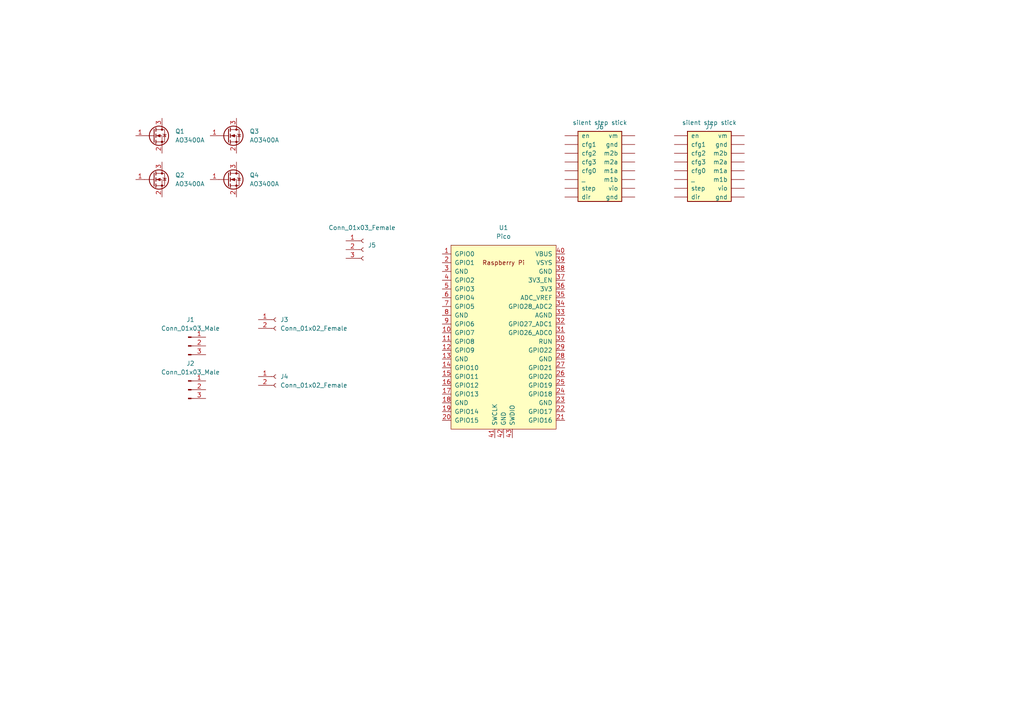
<source format=kicad_sch>
(kicad_sch (version 20211123) (generator eeschema)
  (paper "A4")
  (lib_symbols
    (symbol "Connector:Conn_01x02_Female" (pin_names (offset 1.016) hide)
      (property "Reference" "J" (at 0 2.54 0))
      (property "Value" "Conn_01x02_Female" (at 0 -5.08 0))
      (symbol "Conn_01x02_Female_1_1"
        (arc (start 0 -2.032) (mid -0.508 -2.54) (end 0 -3.048) (stroke (width 0.1524)))
        (polyline (pts (xy -1.27 -2.54) (xy -0.508 -2.54)) (stroke (width 0.1524)))
        (polyline (pts (xy -1.27 0) (xy -0.508 0)) (stroke (width 0.1524)))
        (arc (start 0 0.508) (mid -0.508 0) (end 0 -0.508) (stroke (width 0.1524)))
        (pin passive line (at -5.08 0 0) (length 3.81) (name "Pin_1") (number "1"))
        (pin passive line (at -5.08 -2.54 0) (length 3.81) (name "Pin_2") (number "2"))
      )
    )
    (symbol "Connector:Conn_01x03_Female" (pin_names (offset 1.016) hide)
      (property "Reference" "J" (at 0 5.08 0))
      (property "Value" "Conn_01x03_Female" (at 0 -5.08 0))
      (symbol "Conn_01x03_Female_1_1"
        (arc (start 0 -2.032) (mid -0.508 -2.54) (end 0 -3.048) (stroke (width 0.1524)))
        (polyline (pts (xy -1.27 -2.54) (xy -0.508 -2.54)) (stroke (width 0.1524)))
        (polyline (pts (xy -1.27 0) (xy -0.508 0)) (stroke (width 0.1524)))
        (polyline (pts (xy -1.27 2.54) (xy -0.508 2.54)) (stroke (width 0.1524)))
        (arc (start 0 0.508) (mid -0.508 0) (end 0 -0.508) (stroke (width 0.1524)))
        (arc (start 0 3.048) (mid -0.508 2.54) (end 0 2.032) (stroke (width 0.1524)))
        (pin passive line (at -5.08 2.54 0) (length 3.81) (name "Pin_1") (number "1"))
        (pin passive line (at -5.08 0 0) (length 3.81) (name "Pin_2") (number "2"))
        (pin passive line (at -5.08 -2.54 0) (length 3.81) (name "Pin_3") (number "3"))
      )
    )
    (symbol "Connector:Conn_01x03_Male" (pin_names (offset 1.016) hide)
      (property "Reference" "J" (at 0 5.08 0))
      (property "Value" "Conn_01x03_Male" (at 0 -5.08 0))
      (symbol "Conn_01x03_Male_1_1"
        (polyline (pts (xy 1.27 -2.54) (xy 0.8636 -2.54)) (stroke (width 0.1524)))
        (polyline (pts (xy 1.27 0) (xy 0.8636 0)) (stroke (width 0.1524)))
        (polyline (pts (xy 1.27 2.54) (xy 0.8636 2.54)) (stroke (width 0.1524)))
        (rectangle (start 0.8636 -2.413) (end 0 -2.667) (stroke (width 0.1524)) (fill (type outline)))
        (rectangle (start 0.8636 0.127) (end 0 -0.127) (stroke (width 0.1524)) (fill (type outline)))
        (rectangle (start 0.8636 2.667) (end 0 2.413) (stroke (width 0.1524)) (fill (type outline)))
        (pin passive line (at 5.08 2.54 180) (length 3.81) (name "Pin_1") (number "1"))
        (pin passive line (at 5.08 0 180) (length 3.81) (name "Pin_2") (number "2"))
        (pin passive line (at 5.08 -2.54 180) (length 3.81) (name "Pin_3") (number "3"))
      )
    )
    (symbol "Connector_Generic:Conn_02x08_Counter_Clockwise" (pin_numbers hide) (pin_names (offset 1.016))
      (property "Reference" "J?" (at -20.32 26.67 0))
      (property "Value" "Conn_02x08_Counter_Clockwise" (at -20.32 24.13 0))
      (symbol "Conn_02x08_Counter_Clockwise_1_1"
        (rectangle (start -6.35 8.89) (end 6.35 -11.43) (stroke (width 0.254)) (fill (type background)))
        (pin passive line (at -10.16 7.62 0) (length 3.81) (name "en") (number "1"))
        (pin passive line (at 10.16 -7.62 180) (length 3.81) (name "vio") (number "10"))
        (pin passive line (at 10.16 -5.08 180) (length 3.81) (name "m1b") (number "11"))
        (pin passive line (at 10.16 -2.54 180) (length 3.81) (name "m1a") (number "12"))
        (pin passive line (at 10.16 0 180) (length 3.81) (name "m2a") (number "13"))
        (pin passive line (at 10.16 2.54 180) (length 3.81) (name "m2b") (number "14"))
        (pin passive line (at 10.16 5.08 180) (length 3.81) (name "gnd") (number "15"))
        (pin passive line (at 10.16 7.62 180) (length 3.81) (name "vm") (number "16"))
        (pin passive line (at -10.16 5.08 0) (length 3.81) (name "cfg1") (number "2"))
        (pin passive line (at -10.16 2.54 0) (length 3.81) (name "cfg2") (number "3"))
        (pin passive line (at -10.16 0 0) (length 3.81) (name "cfg3") (number "4"))
        (pin passive line (at -10.16 -2.54 0) (length 3.81) (name "cfg0") (number "5"))
        (pin passive line (at -10.16 -5.08 0) (length 3.81) (name "_") (number "6"))
        (pin passive line (at -10.16 -7.62 0) (length 3.81) (name "step") (number "7"))
        (pin passive line (at -10.16 -10.16 0) (length 3.81) (name "dir") (number "8"))
        (pin passive line (at 10.16 -10.16 180) (length 3.81) (name "gnd") (number "9"))
      )
    )
    (symbol "MCU_RaspberryPi_and_Boards:Pico" (pin_names (offset 1.016))
      (property "Reference" "U" (at -13.97 27.94 0))
      (property "Value" "Pico" (at 0 19.05 0))
      (symbol "Pico_0_0"
        (text "Raspberry Pi" (at 0 21.59 0) (effects (font (size 1.27 1.27))))
      )
      (symbol "Pico_0_1"
        (rectangle (start -15.24 26.67) (end 15.24 -26.67) (fill (type background)))
      )
      (symbol "Pico_1_1"
        (pin bidirectional line (at -17.78 24.13 0) (length 2.54) (name "GPIO0") (number "1"))
        (pin bidirectional line (at -17.78 1.27 0) (length 2.54) (name "GPIO7") (number "10"))
        (pin bidirectional line (at -17.78 -1.27 0) (length 2.54) (name "GPIO8") (number "11"))
        (pin bidirectional line (at -17.78 -3.81 0) (length 2.54) (name "GPIO9") (number "12"))
        (pin power_in line (at -17.78 -6.35 0) (length 2.54) (name "GND") (number "13"))
        (pin bidirectional line (at -17.78 -8.89 0) (length 2.54) (name "GPIO10") (number "14"))
        (pin bidirectional line (at -17.78 -11.43 0) (length 2.54) (name "GPIO11") (number "15"))
        (pin bidirectional line (at -17.78 -13.97 0) (length 2.54) (name "GPIO12") (number "16"))
        (pin bidirectional line (at -17.78 -16.51 0) (length 2.54) (name "GPIO13") (number "17"))
        (pin power_in line (at -17.78 -19.05 0) (length 2.54) (name "GND") (number "18"))
        (pin bidirectional line (at -17.78 -21.59 0) (length 2.54) (name "GPIO14") (number "19"))
        (pin bidirectional line (at -17.78 21.59 0) (length 2.54) (name "GPIO1") (number "2"))
        (pin bidirectional line (at -17.78 -24.13 0) (length 2.54) (name "GPIO15") (number "20"))
        (pin bidirectional line (at 17.78 -24.13 180) (length 2.54) (name "GPIO16") (number "21"))
        (pin bidirectional line (at 17.78 -21.59 180) (length 2.54) (name "GPIO17") (number "22"))
        (pin power_in line (at 17.78 -19.05 180) (length 2.54) (name "GND") (number "23"))
        (pin bidirectional line (at 17.78 -16.51 180) (length 2.54) (name "GPIO18") (number "24"))
        (pin bidirectional line (at 17.78 -13.97 180) (length 2.54) (name "GPIO19") (number "25"))
        (pin bidirectional line (at 17.78 -11.43 180) (length 2.54) (name "GPIO20") (number "26"))
        (pin bidirectional line (at 17.78 -8.89 180) (length 2.54) (name "GPIO21") (number "27"))
        (pin power_in line (at 17.78 -6.35 180) (length 2.54) (name "GND") (number "28"))
        (pin bidirectional line (at 17.78 -3.81 180) (length 2.54) (name "GPIO22") (number "29"))
        (pin power_in line (at -17.78 19.05 0) (length 2.54) (name "GND") (number "3"))
        (pin input line (at 17.78 -1.27 180) (length 2.54) (name "RUN") (number "30"))
        (pin bidirectional line (at 17.78 1.27 180) (length 2.54) (name "GPIO26_ADC0") (number "31"))
        (pin bidirectional line (at 17.78 3.81 180) (length 2.54) (name "GPIO27_ADC1") (number "32"))
        (pin power_in line (at 17.78 6.35 180) (length 2.54) (name "AGND") (number "33"))
        (pin bidirectional line (at 17.78 8.89 180) (length 2.54) (name "GPIO28_ADC2") (number "34"))
        (pin unspecified line (at 17.78 11.43 180) (length 2.54) (name "ADC_VREF") (number "35"))
        (pin unspecified line (at 17.78 13.97 180) (length 2.54) (name "3V3") (number "36"))
        (pin input line (at 17.78 16.51 180) (length 2.54) (name "3V3_EN") (number "37"))
        (pin bidirectional line (at 17.78 19.05 180) (length 2.54) (name "GND") (number "38"))
        (pin unspecified line (at 17.78 21.59 180) (length 2.54) (name "VSYS") (number "39"))
        (pin bidirectional line (at -17.78 16.51 0) (length 2.54) (name "GPIO2") (number "4"))
        (pin unspecified line (at 17.78 24.13 180) (length 2.54) (name "VBUS") (number "40"))
        (pin input line (at -2.54 -29.21 90) (length 2.54) (name "SWCLK") (number "41"))
        (pin power_in line (at 0 -29.21 90) (length 2.54) (name "GND") (number "42"))
        (pin bidirectional line (at 2.54 -29.21 90) (length 2.54) (name "SWDIO") (number "43"))
        (pin bidirectional line (at -17.78 13.97 0) (length 2.54) (name "GPIO3") (number "5"))
        (pin bidirectional line (at -17.78 11.43 0) (length 2.54) (name "GPIO4") (number "6"))
        (pin bidirectional line (at -17.78 8.89 0) (length 2.54) (name "GPIO5") (number "7"))
        (pin power_in line (at -17.78 6.35 0) (length 2.54) (name "GND") (number "8"))
        (pin bidirectional line (at -17.78 3.81 0) (length 2.54) (name "GPIO6") (number "9"))
      )
    )
    (symbol "Transistor_FET:AO3400A" (pin_names hide)
      (property "Reference" "Q" (at 5.08 1.905 0))
      (property "Value" "AO3400A" (at 5.08 0 0))
      (symbol "AO3400A_0_1"
        (polyline (pts (xy 0.254 0) (xy -2.54 0)))
        (polyline (pts (xy 0.254 1.905) (xy 0.254 -1.905)) (stroke (width 0.254)))
        (polyline (pts (xy 0.762 -1.27) (xy 0.762 -2.286)) (stroke (width 0.254)))
        (polyline (pts (xy 0.762 0.508) (xy 0.762 -0.508)) (stroke (width 0.254)))
        (polyline (pts (xy 0.762 2.286) (xy 0.762 1.27)) (stroke (width 0.254)))
        (polyline (pts (xy 2.54 2.54) (xy 2.54 1.778)))
        (polyline (pts (xy 2.54 -2.54) (xy 2.54 0) (xy 0.762 0)))
        (polyline (pts (xy 0.762 -1.778) (xy 3.302 -1.778) (xy 3.302 1.778) (xy 0.762 1.778)))
        (polyline (pts (xy 1.016 0) (xy 2.032 0.381) (xy 2.032 -0.381) (xy 1.016 0)) (fill (type outline)))
        (polyline (pts (xy 2.794 0.508) (xy 2.921 0.381) (xy 3.683 0.381) (xy 3.81 0.254)))
        (polyline (pts (xy 3.302 0.381) (xy 2.921 -0.254) (xy 3.683 -0.254) (xy 3.302 0.381)))
        (circle (center 1.651 0) (radius 2.794) (stroke (width 0.254)))
        (circle (center 2.54 -1.778) (radius 0.254) (fill (type outline)))
        (circle (center 2.54 1.778) (radius 0.254) (fill (type outline)))
      )
      (symbol "AO3400A_1_1"
        (pin input line (at -5.08 0 0) (length 2.54) (name "G") (number "1"))
        (pin passive line (at 2.54 -5.08 90) (length 2.54) (name "S") (number "2"))
        (pin passive line (at 2.54 5.08 270) (length 2.54) (name "D") (number "3"))
      )
    )
  )
  (symbol (lib_id "Connector_Generic:Conn_02x08_Counter_Clockwise") (at 205.74 46.99 0) (unit 1)
    (property "Reference" "J7" (at 205.74 36.83 0))
    (property "Value" "silent step stick" (at 205.74 35.56 0))
    (property "Footprint" "stepstick:stepstick" (effects hide))
  )
  (symbol (lib_id "Connector:Conn_01x02_Female") (at 80.01 92.71 0) (unit 1)
    (property "Reference" "J3" (at 81.28 92.7099 0) (effects (justify left)))
    (property "Value" "Conn_01x02_Female" (at 81.28 95.2499 0) (effects (justify left)))
    (property "Footprint" "Connector_PinHeader_2.54mm:PinHeader_1x02_P2.54mm_Vertical" (effects hide))
  )
  (symbol (lib_id "Transistor_FET:AO3400A") (at 44.45 52.07 0) (unit 1)
    (property "Reference" "Q2" (at 50.8 50.7999 0) (effects (justify left)))
    (property "Value" "AO3400A" (at 50.8 53.3399 0) (effects (justify left)))
    (property "Footprint" "Package_TO_SOT_SMD:SOT-23" (effects hide))
    (property "Datasheet" "http://www.aosmd.com/pdfs/datasheet/AO3400A.pdf" (effects hide))
  )
  (symbol (lib_id "Transistor_FET:AO3400A") (at 66.04 52.07 0) (unit 1)
    (property "Reference" "Q4" (at 72.39 50.7999 0) (effects (justify left)))
    (property "Value" "AO3400A" (at 72.39 53.3399 0) (effects (justify left)))
    (property "Footprint" "Package_TO_SOT_SMD:SOT-23" (effects hide))
    (property "Datasheet" "http://www.aosmd.com/pdfs/datasheet/AO3400A.pdf" (effects hide))
  )
  (symbol (lib_id "Connector:Conn_01x03_Male") (at 54.61 113.03 0) (unit 1)
    (property "Reference" "J2" (at 55.245 105.41 0))
    (property "Value" "Conn_01x03_Male" (at 55.245 107.95 0))
    (property "Footprint" "Connector_PinHeader_2.54mm:PinHeader_1x03_P2.54mm_Vertical" (effects hide))
  )
  (symbol (lib_id "MCU_RaspberryPi_and_Boards:Pico") (at 146.05 97.79 0) (unit 1)
    (property "Reference" "U1" (at 146.05 66.04 0))
    (property "Value" "Pico" (at 146.05 68.58 0))
    (property "Footprint" "MCU_RaspberryPi_and_Boards:RPi_Pico_SMD_TH" (effects hide))
  )
  (symbol (lib_id "Connector_Generic:Conn_02x08_Counter_Clockwise") (at 173.99 46.99 0) (unit 1)
    (property "Reference" "J6" (at 173.99 36.83 0))
    (property "Value" "silent step stick" (at 173.99 35.56 0))
    (property "Footprint" "stepstick:stepstick" (effects hide))
  )
  (symbol (lib_id "Connector:Conn_01x02_Female") (at 80.01 109.22 0) (unit 1)
    (property "Reference" "J4" (at 81.28 109.2199 0) (effects (justify left)))
    (property "Value" "Conn_01x02_Female" (at 81.28 111.7599 0) (effects (justify left)))
    (property "Footprint" "Connector_PinHeader_2.54mm:PinHeader_1x02_P2.54mm_Vertical" (effects hide))
  )
  (symbol (lib_id "Transistor_FET:AO3400A") (at 66.04 39.37 0) (unit 1)
    (property "Reference" "Q3" (at 72.39 38.0999 0) (effects (justify left)))
    (property "Value" "AO3400A" (at 72.39 40.6399 0) (effects (justify left)))
    (property "Footprint" "Package_TO_SOT_SMD:SOT-23" (effects hide))
    (property "Datasheet" "http://www.aosmd.com/pdfs/datasheet/AO3400A.pdf" (effects hide))
  )
  (symbol (lib_id "Transistor_FET:AO3400A") (at 44.45 39.37 0) (unit 1)
    (property "Reference" "Q1" (at 50.8 38.0999 0) (effects (justify left)))
    (property "Value" "AO3400A" (at 50.8 40.6399 0) (effects (justify left)))
    (property "Footprint" "Package_TO_SOT_SMD:SOT-23" (effects hide))
    (property "Datasheet" "http://www.aosmd.com/pdfs/datasheet/AO3400A.pdf" (effects hide))
  )
  (symbol (lib_id "Connector:Conn_01x03_Female") (at 105.41 72.39 0) (unit 1)
    (property "Reference" "J5" (at 106.68 71.1199 0) (effects (justify left)))
    (property "Value" "Conn_01x03_Female" (at 95.25 66.04 0) (effects (justify left)))
    (property "Footprint" "Connector_PinHeader_2.54mm:PinHeader_1x03_P2.54mm_Vertical" (effects hide))
  )
  (symbol (lib_id "Connector:Conn_01x03_Male") (at 54.61 100.33 0) (unit 1)
    (property "Reference" "J1" (at 55.245 92.71 0))
    (property "Value" "Conn_01x03_Male" (at 55.245 95.25 0))
    (property "Footprint" "Connector_PinHeader_2.54mm:PinHeader_1x03_P2.54mm_Vertical" (effects hide))
  )
)
</source>
